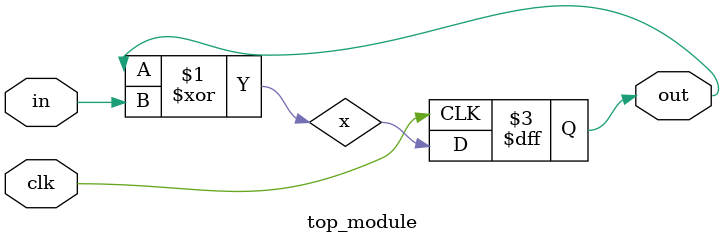
<source format=v>
module top_module (
    input clk,
    input in, 
    output out);
wire x;
    assign x = out^in;
    always @(posedge clk)
        out<=x;
endmodule

</source>
